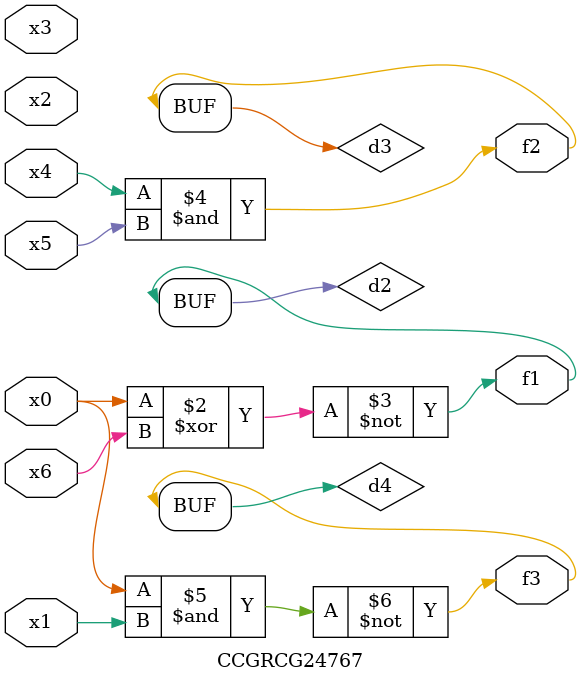
<source format=v>
module CCGRCG24767(
	input x0, x1, x2, x3, x4, x5, x6,
	output f1, f2, f3
);

	wire d1, d2, d3, d4;

	nor (d1, x0);
	xnor (d2, x0, x6);
	and (d3, x4, x5);
	nand (d4, x0, x1);
	assign f1 = d2;
	assign f2 = d3;
	assign f3 = d4;
endmodule

</source>
